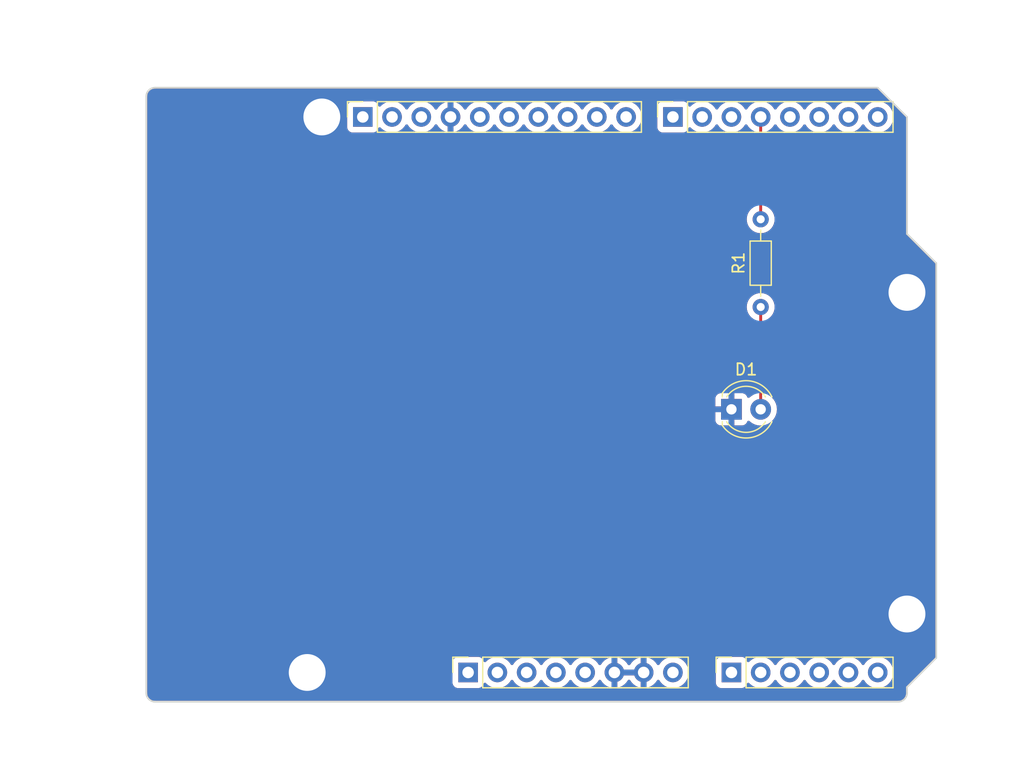
<source format=kicad_pcb>
(kicad_pcb (version 20221018) (generator pcbnew)
  (title_block (date "mar. 31 mars 2015"))
  (layers (0 "F.Cu" signal) (31 "B.Cu" signal) (34 "B.Paste" user) (35 "F.Paste" user) (36 "B.SilkS" user "B.Silkscreen") (37 "F.SilkS" user "F.Silkscreen") (38 "B.Mask" user) (39 "F.Mask" user) (44 "Edge.Cuts" user))
  (net 0 "")
  (net 1 "GND")
  (net 3 "+5V")
  (net 4 "/IOREF")
  (net 5 "/A0")
  (net 6 "/A1")
  (net 7 "/A2")
  (net 8 "/A3")
  (net 9 "/SDA{slash}A4")
  (net 10 "/SCL{slash}A5")
  (net 11 "/13")
  (net 12 "/12")
  (net 13 "/AREF")
  (net 14 "/8")
  (net 15 "/7")
  (net 16 "/*11")
  (net 17 "/*10")
  (net 18 "/*9")
  (net 19 "/4")
  (net 20 "/2")
  (net 21 "/*6")
  (net 22 "/*5")
  (net 23 "/TX{slash}1")
  (net 24 "/*3")
  (net 25 "/RX{slash}0")
  (net 26 "+3V3")
  (net 27 "VCC")
  (net 28 "/~{RESET}")
  (net 29 "Net-(D1-A)")
  (footprint "Connector_PinSocket_2.54mm:PinSocket_1x08_P2.54mm_Vertical" (layer "F.Cu") (at 127.94 97.46 90)
    (fp_text reference "J1" hide)
    (fp_text value "Power")
    (fp_line (start -1.33 1.27) (end -1.33 19.11) (stroke (width 0.12)) (layer "F.SilkS"))
    (fp_line (start -1.33 1.27) (end 1.33 1.27) (stroke (width 0.12)) (layer "F.SilkS"))
    (fp_line (start -1.33 19.11) (end 1.33 19.11) (stroke (width 0.12)) (layer "F.SilkS"))
    (fp_line (start 0 -1.33) (end 1.33 -1.33) (stroke (width 0.12)) (layer "F.SilkS"))
    (fp_line (start 1.33 -1.33) (end 1.33 0) (stroke (width 0.12)) (layer "F.SilkS"))
    (fp_line (start 1.33 1.27) (end 1.33 19.11) (stroke (width 0.12)) (layer "F.SilkS"))
    (pad "1" thru_hole rect locked (at 0 0 90) (size 1.7 1.7) (drill 1) (layers "*.Cu" "*.Mask"))
    (pad "2" thru_hole oval locked (at 0 2.54 90) (size 1.7 1.7) (drill 1) (layers "*.Cu" "*.Mask") (net 4 "/IOREF"))
    (pad "3" thru_hole oval locked (at 0 5.08 90) (size 1.7 1.7) (drill 1) (layers "*.Cu" "*.Mask") (net 28 "/~{RESET}"))
    (pad "4" thru_hole oval locked (at 0 7.62 90) (size 1.7 1.7) (drill 1) (layers "*.Cu" "*.Mask") (net 26 "+3V3"))
    (pad "5" thru_hole oval locked (at 0 10.16 90) (size 1.7 1.7) (drill 1) (layers "*.Cu" "*.Mask") (net 3 "+5V"))
    (pad "6" thru_hole oval locked (at 0 12.7 90) (size 1.7 1.7) (drill 1) (layers "*.Cu" "*.Mask") (net 1 "GND"))
    (pad "7" thru_hole oval locked (at 0 15.24 90) (size 1.7 1.7) (drill 1) (layers "*.Cu" "*.Mask") (net 1 "GND"))
    (pad "8" thru_hole oval locked (at 0 17.78 90) (size 1.7 1.7) (drill 1) (layers "*.Cu" "*.Mask") (net 27 "VCC"))
  )
  (footprint "Connector_PinSocket_2.54mm:PinSocket_1x06_P2.54mm_Vertical" (layer "F.Cu") (at 150.8 97.46 90)
    (fp_text reference "J3" hide)
    (fp_text value "Analog")
    (fp_line (start -1.33 1.27) (end -1.33 14.03) (stroke (width 0.12)) (layer "F.SilkS"))
    (fp_line (start -1.33 1.27) (end 1.33 1.27) (stroke (width 0.12)) (layer "F.SilkS"))
    (fp_line (start -1.33 14.03) (end 1.33 14.03) (stroke (width 0.12)) (layer "F.SilkS"))
    (fp_line (start 0 -1.33) (end 1.33 -1.33) (stroke (width 0.12)) (layer "F.SilkS"))
    (fp_line (start 1.33 -1.33) (end 1.33 0) (stroke (width 0.12)) (layer "F.SilkS"))
    (fp_line (start 1.33 1.27) (end 1.33 14.03) (stroke (width 0.12)) (layer "F.SilkS"))
    (pad "1" thru_hole rect locked (at 0 0 90) (size 1.7 1.7) (drill 1) (layers "*.Cu" "*.Mask") (net 5 "/A0"))
    (pad "2" thru_hole oval locked (at 0 2.54 90) (size 1.7 1.7) (drill 1) (layers "*.Cu" "*.Mask") (net 6 "/A1"))
    (pad "3" thru_hole oval locked (at 0 5.08 90) (size 1.7 1.7) (drill 1) (layers "*.Cu" "*.Mask") (net 7 "/A2"))
    (pad "4" thru_hole oval locked (at 0 7.62 90) (size 1.7 1.7) (drill 1) (layers "*.Cu" "*.Mask") (net 8 "/A3"))
    (pad "5" thru_hole oval locked (at 0 10.16 90) (size 1.7 1.7) (drill 1) (layers "*.Cu" "*.Mask") (net 9 "/SDA{slash}A4"))
    (pad "6" thru_hole oval locked (at 0 12.7 90) (size 1.7 1.7) (drill 1) (layers "*.Cu" "*.Mask") (net 10 "/SCL{slash}A5"))
  )
  (footprint "Connector_PinSocket_2.54mm:PinSocket_1x10_P2.54mm_Vertical" (layer "F.Cu") (at 118.796 49.2 90)
    (fp_text reference "J2" hide)
    (fp_text value "Digital/PWM")
    (fp_line (start -1.33 1.27) (end -1.33 24.19) (stroke (width 0.12)) (layer "F.SilkS"))
    (fp_line (start -1.33 1.27) (end 1.33 1.27) (stroke (width 0.12)) (layer "F.SilkS"))
    (fp_line (start -1.33 24.19) (end 1.33 24.19) (stroke (width 0.12)) (layer "F.SilkS"))
    (fp_line (start 0 -1.33) (end 1.33 -1.33) (stroke (width 0.12)) (layer "F.SilkS"))
    (fp_line (start 1.33 -1.33) (end 1.33 0) (stroke (width 0.12)) (layer "F.SilkS"))
    (fp_line (start 1.33 1.27) (end 1.33 24.19) (stroke (width 0.12)) (layer "F.SilkS"))
    (pad "1" thru_hole rect locked (at 0 0 90) (size 1.7 1.7) (drill 1) (layers "*.Cu" "*.Mask") (net 10 "/SCL{slash}A5"))
    (pad "2" thru_hole oval locked (at 0 2.54 90) (size 1.7 1.7) (drill 1) (layers "*.Cu" "*.Mask") (net 9 "/SDA{slash}A4"))
    (pad "3" thru_hole oval locked (at 0 5.08 90) (size 1.7 1.7) (drill 1) (layers "*.Cu" "*.Mask") (net 13 "/AREF"))
    (pad "4" thru_hole oval locked (at 0 7.62 90) (size 1.7 1.7) (drill 1) (layers "*.Cu" "*.Mask") (net 1 "GND"))
    (pad "5" thru_hole oval locked (at 0 10.16 90) (size 1.7 1.7) (drill 1) (layers "*.Cu" "*.Mask") (net 11 "/13"))
    (pad "6" thru_hole oval locked (at 0 12.7 90) (size 1.7 1.7) (drill 1) (layers "*.Cu" "*.Mask") (net 12 "/12"))
    (pad "7" thru_hole oval locked (at 0 15.24 90) (size 1.7 1.7) (drill 1) (layers "*.Cu" "*.Mask") (net 16 "/*11"))
    (pad "8" thru_hole oval locked (at 0 17.78 90) (size 1.7 1.7) (drill 1) (layers "*.Cu" "*.Mask") (net 17 "/*10"))
    (pad "9" thru_hole oval locked (at 0 20.32 90) (size 1.7 1.7) (drill 1) (layers "*.Cu" "*.Mask") (net 18 "/*9"))
    (pad "10" thru_hole oval locked (at 0 22.86 90) (size 1.7 1.7) (drill 1) (layers "*.Cu" "*.Mask") (net 14 "/8"))
  )
  (footprint "Connector_PinSocket_2.54mm:PinSocket_1x08_P2.54mm_Vertical" (layer "F.Cu") (at 145.72 49.2 90)
    (fp_text reference "J4" hide)
    (fp_text value "Digital/PWM")
    (fp_line (start -1.33 1.27) (end -1.33 19.11) (stroke (width 0.12)) (layer "F.SilkS"))
    (fp_line (start -1.33 1.27) (end 1.33 1.27) (stroke (width 0.12)) (layer "F.SilkS"))
    (fp_line (start -1.33 19.11) (end 1.33 19.11) (stroke (width 0.12)) (layer "F.SilkS"))
    (fp_line (start 0 -1.33) (end 1.33 -1.33) (stroke (width 0.12)) (layer "F.SilkS"))
    (fp_line (start 1.33 -1.33) (end 1.33 0) (stroke (width 0.12)) (layer "F.SilkS"))
    (fp_line (start 1.33 1.27) (end 1.33 19.11) (stroke (width 0.12)) (layer "F.SilkS"))
    (pad "1" thru_hole rect locked (at 0 0 90) (size 1.7 1.7) (drill 1) (layers "*.Cu" "*.Mask") (net 15 "/7"))
    (pad "2" thru_hole oval locked (at 0 2.54 90) (size 1.7 1.7) (drill 1) (layers "*.Cu" "*.Mask") (net 21 "/*6"))
    (pad "3" thru_hole oval locked (at 0 5.08 90) (size 1.7 1.7) (drill 1) (layers "*.Cu" "*.Mask") (net 22 "/*5"))
    (pad "4" thru_hole oval locked (at 0 7.62 90) (size 1.7 1.7) (drill 1) (layers "*.Cu" "*.Mask") (net 19 "/4"))
    (pad "5" thru_hole oval locked (at 0 10.16 90) (size 1.7 1.7) (drill 1) (layers "*.Cu" "*.Mask") (net 24 "/*3"))
    (pad "6" thru_hole oval locked (at 0 12.7 90) (size 1.7 1.7) (drill 1) (layers "*.Cu" "*.Mask") (net 20 "/2"))
    (pad "7" thru_hole oval locked (at 0 15.24 90) (size 1.7 1.7) (drill 1) (layers "*.Cu" "*.Mask") (net 23 "/TX{slash}1"))
    (pad "8" thru_hole oval locked (at 0 17.78 90) (size 1.7 1.7) (drill 1) (layers "*.Cu" "*.Mask") (net 25 "/RX{slash}0"))
  )
  (footprint "LED_THT:LED_D4.0mm" (layer "F.Cu") (at 150.8 74.6)
    (fp_text reference "D1" (at 1.27 -3.46) (layer "F.SilkS"))
    (fp_text value "LED")
    (fp_line (start -0.79 -1.399) (end -0.79 -1.08) (stroke (width 0.12)) (layer "F.SilkS"))
    (fp_line (start -0.79 1.08) (end -0.79 1.399) (stroke (width 0.12)) (layer "F.SilkS"))
    (fp_arc (start -0.79 -1.398749) (mid 1.453519 -2.483228) (end 3.513242 -1.080724) (stroke (width 0.12)) (layer "F.SilkS"))
    (fp_arc (start -0.41333 -1.08) (mid 1.269429 -2) (end 2.952713 -1.080961) (stroke (width 0.12)) (layer "F.SilkS"))
    (fp_arc (start 2.952713 1.080961) (mid 1.269429 2) (end -0.41333 1.08) (stroke (width 0.12)) (layer "F.SilkS"))
    (fp_arc (start 3.513242 1.080724) (mid 1.453519 2.483228) (end -0.79 1.398749) (stroke (width 0.12)) (layer "F.SilkS"))
    (pad "1" thru_hole rect (at 0 0) (size 1.8 1.8) (drill 0.9) (layers "*.Cu" "*.Mask") (net 1 "GND"))
    (pad "2" thru_hole circle (at 2.54 0) (size 1.8 1.8) (drill 0.9) (layers "*.Cu" "*.Mask") (net 29 "Net-(D1-A)"))
  )
  (footprint "Resistor_THT:R_Axial_DIN0204_L3.6mm_D1.6mm_P7.62mm_Horizontal" (layer "F.Cu") (at 153.34 65.71 90)
    (fp_text reference "R1" (at 3.81 -1.92 90) (layer "F.SilkS"))
    (fp_text value "R")
    (fp_line (start 0.94 0) (end 1.89 0) (stroke (width 0.12)) (layer "F.SilkS"))
    (fp_line (start 1.89 -0.92) (end 1.89 0.92) (stroke (width 0.12)) (layer "F.SilkS"))
    (fp_line (start 1.89 0.92) (end 5.73 0.92) (stroke (width 0.12)) (layer "F.SilkS"))
    (fp_line (start 5.73 -0.92) (end 1.89 -0.92) (stroke (width 0.12)) (layer "F.SilkS"))
    (fp_line (start 5.73 0.92) (end 5.73 -0.92) (stroke (width 0.12)) (layer "F.SilkS"))
    (fp_line (start 6.68 0) (end 5.73 0) (stroke (width 0.12)) (layer "F.SilkS"))
    (pad "1" thru_hole circle (at 0 0 90) (size 1.4 1.4) (drill 0.7) (layers "*.Cu" "*.Mask") (net 29 "Net-(D1-A)"))
    (pad "2" thru_hole oval (at 7.62 0 90) (size 1.4 1.4) (drill 0.7) (layers "*.Cu" "*.Mask") (net 19 "/4"))
  )
  (footprint "Arduino_MountingHole:MountingHole_3.2mm" (layer "F.Cu") (at 115.24 49.2)
    (fp_text reference "MH1" hide)
    (fp_text value "MountingHole_3.2mm" hide)
    (pad "" np_thru_hole circle locked (at 0 0) (size 3.2 3.2) (drill 3.2) (layers "*.Cu" "*.Mask"))
  )
  (footprint "Arduino_MountingHole:MountingHole_3.2mm" (layer "F.Cu") (at 113.97 97.46)
    (fp_text reference "MH2" hide)
    (fp_text value "MountingHole_3.2mm" hide)
    (pad "" np_thru_hole circle locked (at 0 0) (size 3.2 3.2) (drill 3.2) (layers "*.Cu" "*.Mask"))
  )
  (footprint "Arduino_MountingHole:MountingHole_3.2mm" (layer "F.Cu") (at 166.04 64.44)
    (fp_text reference "MH3" hide)
    (fp_text value "MountingHole_3.2mm" hide)
    (pad "" np_thru_hole circle locked (at 0 0) (size 3.2 3.2) (drill 3.2) (layers "*.Cu" "*.Mask"))
  )
  (footprint "Arduino_MountingHole:MountingHole_3.2mm" (layer "F.Cu") (at 166.04 92.38)
    (fp_text reference "MH4" hide)
    (fp_text value "MountingHole_3.2mm" hide)
    (pad "" np_thru_hole circle locked (at 0 0) (size 3.2 3.2) (drill 3.2) (layers "*.Cu" "*.Mask"))
  )
  (gr_line (start 166.04 59.36) (end 168.58 61.9) (stroke (width 0.15)) (layer "Edge.Cuts"))
  (gr_line (start 100 99.238) (end 100 47.422) (stroke (width 0.15)) (layer "Edge.Cuts"))
  (gr_line (start 168.58 61.9) (end 168.58 96.19) (stroke (width 0.15)) (layer "Edge.Cuts"))
  (gr_line (start 165.278 100) (end 100.762 100) (stroke (width 0.15)) (layer "Edge.Cuts"))
  (gr_line (start 100.762 46.66) (end 163.5 46.66) (stroke (width 0.15)) (layer "Edge.Cuts"))
  (gr_arc (start 100.762 100) (mid 100.223185 99.776815) (end 100 99.238) (stroke (width 0.15)) (layer "Edge.Cuts"))
  (gr_line (start 168.58 96.19) (end 166.04 98.73) (stroke (width 0.15)) (layer "Edge.Cuts"))
  (gr_line (start 163.5 46.66) (end 166.04 49.2) (stroke (width 0.15)) (layer "Edge.Cuts"))
  (gr_arc (start 166.04 99.238) (mid 165.816815 99.776815) (end 165.278 100) (stroke (width 0.15)) (layer "Edge.Cuts"))
  (gr_line (start 166.04 49.2) (end 166.04 59.36) (stroke (width 0.15)) (layer "Edge.Cuts"))
  (gr_line (start 166.04 98.73) (end 166.04 99.238) (stroke (width 0.15)) (layer "Edge.Cuts"))
  (gr_arc (start 100 47.422) (mid 100.223185 46.883185) (end 100.762 46.66) (stroke (width 0.15)) (layer "Edge.Cuts"))
  (segment (start 153.34 58.09) (end 153.34 49.2) (width 0.25) (layer "F.Cu") (net 19))
  (segment (start 153.34 65.71) (end 153.34 74.6) (width 0.25) (layer "F.Cu") (net 29))
  (zone (net 1) (net_name "GND") (layers "F&B.Cu") (connect_pads (clearance 0.508)) (min_thickness 0.25) (fill yes (thermal_gap 0.5) (thermal_bridge_width 0.5))
    (polygon (pts (xy 87.3 39.04) (xy 87.3 105.08) (xy 176.2 105.08) (xy 176.2 39.04)))
  )
)
</source>
